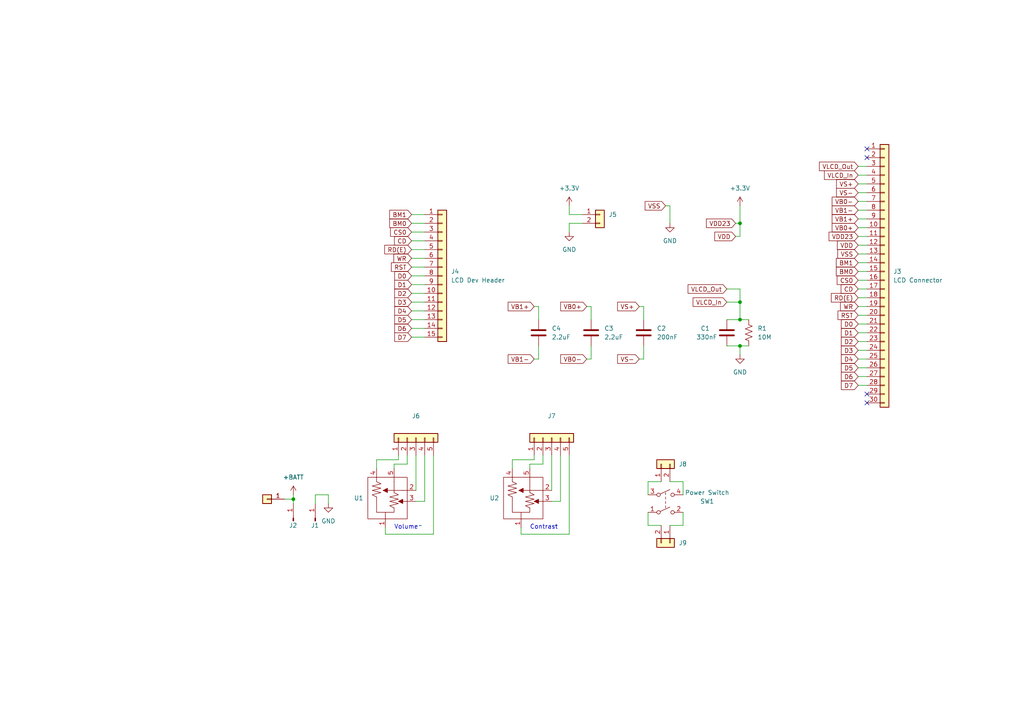
<source format=kicad_sch>
(kicad_sch (version 20230121) (generator eeschema)
  (paper "A4")
  (lib_symbols
    (symbol "Connector:Conn_01x01_Pin" (pin_names (offset 1.016) hide)
      (property "Reference" "J" (at 0 2.54 0))
      (property "Value" "Conn_01x01_Pin" (at 0 -2.54 0))
      (symbol "Conn_01x01_Pin_1_1"
        (polyline (pts (xy 1.27 0) (xy 0.8636 0)) (stroke (width 0.1524)))
        (rectangle (start 0.8636 0.127) (end 0 -0.127) (stroke (width 0.1524)) (fill (type outline)))
        (pin passive line (at 5.08 0 180) (length 3.81) (name "Pin_1") (number "1"))
      )
    )
    (symbol "Connector_Generic:Conn_01x01" (pin_names (offset 1.016) hide)
      (property "Reference" "J" (at 0 2.54 0))
      (property "Value" "Conn_01x01" (at 0 -2.54 0))
      (symbol "Conn_01x01_1_1"
        (rectangle (start -1.27 0.127) (end 0 -0.127) (stroke (width 0.1524)))
        (rectangle (start -1.27 1.27) (end 1.27 -1.27) (stroke (width 0.254)) (fill (type background)))
        (pin passive line (at -5.08 0 0) (length 3.81) (name "Pin_1") (number "1"))
      )
    )
    (symbol "Connector_Generic:Conn_01x02" (pin_names (offset 1.016) hide)
      (property "Reference" "J" (at 0 2.54 0))
      (property "Value" "Conn_01x02" (at 0 -5.08 0))
      (symbol "Conn_01x02_1_1"
        (rectangle (start -1.27 -2.413) (end 0 -2.667) (stroke (width 0.1524)))
        (rectangle (start -1.27 0.127) (end 0 -0.127) (stroke (width 0.1524)))
        (rectangle (start -1.27 1.27) (end 1.27 -3.81) (stroke (width 0.254)) (fill (type background)))
        (pin passive line (at -5.08 0 0) (length 3.81) (name "Pin_1") (number "1"))
        (pin passive line (at -5.08 -2.54 0) (length 3.81) (name "Pin_2") (number "2"))
      )
    )
    (symbol "Connector_Generic:Conn_01x05" (pin_names (offset 1.016) hide)
      (property "Reference" "J" (at 0 7.62 0))
      (property "Value" "Conn_01x05" (at 0 -7.62 0))
      (symbol "Conn_01x05_1_1"
        (rectangle (start -1.27 -4.953) (end 0 -5.207) (stroke (width 0.1524)))
        (rectangle (start -1.27 -2.413) (end 0 -2.667) (stroke (width 0.1524)))
        (rectangle (start -1.27 0.127) (end 0 -0.127) (stroke (width 0.1524)))
        (rectangle (start -1.27 2.667) (end 0 2.413) (stroke (width 0.1524)))
        (rectangle (start -1.27 5.207) (end 0 4.953) (stroke (width 0.1524)))
        (rectangle (start -1.27 6.35) (end 1.27 -6.35) (stroke (width 0.254)) (fill (type background)))
        (pin passive line (at -5.08 5.08 0) (length 3.81) (name "Pin_1") (number "1"))
        (pin passive line (at -5.08 2.54 0) (length 3.81) (name "Pin_2") (number "2"))
        (pin passive line (at -5.08 0 0) (length 3.81) (name "Pin_3") (number "3"))
        (pin passive line (at -5.08 -2.54 0) (length 3.81) (name "Pin_4") (number "4"))
        (pin passive line (at -5.08 -5.08 0) (length 3.81) (name "Pin_5") (number "5"))
      )
    )
    (symbol "Connector_Generic:Conn_01x15" (pin_names (offset 1.016) hide)
      (property "Reference" "J" (at 0 20.32 0))
      (property "Value" "Conn_01x15" (at 0 -20.32 0))
      (symbol "Conn_01x15_1_1"
        (rectangle (start -1.27 -17.653) (end 0 -17.907) (stroke (width 0.1524)))
        (rectangle (start -1.27 -15.113) (end 0 -15.367) (stroke (width 0.1524)))
        (rectangle (start -1.27 -12.573) (end 0 -12.827) (stroke (width 0.1524)))
        (rectangle (start -1.27 -10.033) (end 0 -10.287) (stroke (width 0.1524)))
        (rectangle (start -1.27 -7.493) (end 0 -7.747) (stroke (width 0.1524)))
        (rectangle (start -1.27 -4.953) (end 0 -5.207) (stroke (width 0.1524)))
        (rectangle (start -1.27 -2.413) (end 0 -2.667) (stroke (width 0.1524)))
        (rectangle (start -1.27 0.127) (end 0 -0.127) (stroke (width 0.1524)))
        (rectangle (start -1.27 2.667) (end 0 2.413) (stroke (width 0.1524)))
        (rectangle (start -1.27 5.207) (end 0 4.953) (stroke (width 0.1524)))
        (rectangle (start -1.27 7.747) (end 0 7.493) (stroke (width 0.1524)))
        (rectangle (start -1.27 10.287) (end 0 10.033) (stroke (width 0.1524)))
        (rectangle (start -1.27 12.827) (end 0 12.573) (stroke (width 0.1524)))
        (rectangle (start -1.27 15.367) (end 0 15.113) (stroke (width 0.1524)))
        (rectangle (start -1.27 17.907) (end 0 17.653) (stroke (width 0.1524)))
        (rectangle (start -1.27 19.05) (end 1.27 -19.05) (stroke (width 0.254)) (fill (type background)))
        (pin passive line (at -5.08 17.78 0) (length 3.81) (name "Pin_1") (number "1"))
        (pin passive line (at -5.08 -5.08 0) (length 3.81) (name "Pin_10") (number "10"))
        (pin passive line (at -5.08 -7.62 0) (length 3.81) (name "Pin_11") (number "11"))
        (pin passive line (at -5.08 -10.16 0) (length 3.81) (name "Pin_12") (number "12"))
        (pin passive line (at -5.08 -12.7 0) (length 3.81) (name "Pin_13") (number "13"))
        (pin passive line (at -5.08 -15.24 0) (length 3.81) (name "Pin_14") (number "14"))
        (pin passive line (at -5.08 -17.78 0) (length 3.81) (name "Pin_15") (number "15"))
        (pin passive line (at -5.08 15.24 0) (length 3.81) (name "Pin_2") (number "2"))
        (pin passive line (at -5.08 12.7 0) (length 3.81) (name "Pin_3") (number "3"))
        (pin passive line (at -5.08 10.16 0) (length 3.81) (name "Pin_4") (number "4"))
        (pin passive line (at -5.08 7.62 0) (length 3.81) (name "Pin_5") (number "5"))
        (pin passive line (at -5.08 5.08 0) (length 3.81) (name "Pin_6") (number "6"))
        (pin passive line (at -5.08 2.54 0) (length 3.81) (name "Pin_7") (number "7"))
        (pin passive line (at -5.08 0 0) (length 3.81) (name "Pin_8") (number "8"))
        (pin passive line (at -5.08 -2.54 0) (length 3.81) (name "Pin_9") (number "9"))
      )
    )
    (symbol "Connector_Generic:Conn_01x30" (pin_names (offset 1.016) hide)
      (property "Reference" "J" (at 0 38.1 0))
      (property "Value" "Conn_01x30" (at 0 -40.64 0))
      (symbol "Conn_01x30_1_1"
        (rectangle (start -1.27 -37.973) (end 0 -38.227) (stroke (width 0.1524)))
        (rectangle (start -1.27 -35.433) (end 0 -35.687) (stroke (width 0.1524)))
        (rectangle (start -1.27 -32.893) (end 0 -33.147) (stroke (width 0.1524)))
        (rectangle (start -1.27 -30.353) (end 0 -30.607) (stroke (width 0.1524)))
        (rectangle (start -1.27 -27.813) (end 0 -28.067) (stroke (width 0.1524)))
        (rectangle (start -1.27 -25.273) (end 0 -25.527) (stroke (width 0.1524)))
        (rectangle (start -1.27 -22.733) (end 0 -22.987) (stroke (width 0.1524)))
        (rectangle (start -1.27 -20.193) (end 0 -20.447) (stroke (width 0.1524)))
        (rectangle (start -1.27 -17.653) (end 0 -17.907) (stroke (width 0.1524)))
        (rectangle (start -1.27 -15.113) (end 0 -15.367) (stroke (width 0.1524)))
        (rectangle (start -1.27 -12.573) (end 0 -12.827) (stroke (width 0.1524)))
        (rectangle (start -1.27 -10.033) (end 0 -10.287) (stroke (width 0.1524)))
        (rectangle (start -1.27 -7.493) (end 0 -7.747) (stroke (width 0.1524)))
        (rectangle (start -1.27 -4.953) (end 0 -5.207) (stroke (width 0.1524)))
        (rectangle (start -1.27 -2.413) (end 0 -2.667) (stroke (width 0.1524)))
        (rectangle (start -1.27 0.127) (end 0 -0.127) (stroke (width 0.1524)))
        (rectangle (start -1.27 2.667) (end 0 2.413) (stroke (width 0.1524)))
        (rectangle (start -1.27 5.207) (end 0 4.953) (stroke (width 0.1524)))
        (rectangle (start -1.27 7.747) (end 0 7.493) (stroke (width 0.1524)))
        (rectangle (start -1.27 10.287) (end 0 10.033) (stroke (width 0.1524)))
        (rectangle (start -1.27 12.827) (end 0 12.573) (stroke (width 0.1524)))
        (rectangle (start -1.27 15.367) (end 0 15.113) (stroke (width 0.1524)))
        (rectangle (start -1.27 17.907) (end 0 17.653) (stroke (width 0.1524)))
        (rectangle (start -1.27 20.447) (end 0 20.193) (stroke (width 0.1524)))
        (rectangle (start -1.27 22.987) (end 0 22.733) (stroke (width 0.1524)))
        (rectangle (start -1.27 25.527) (end 0 25.273) (stroke (width 0.1524)))
        (rectangle (start -1.27 28.067) (end 0 27.813) (stroke (width 0.1524)))
        (rectangle (start -1.27 30.607) (end 0 30.353) (stroke (width 0.1524)))
        (rectangle (start -1.27 33.147) (end 0 32.893) (stroke (width 0.1524)))
        (rectangle (start -1.27 35.687) (end 0 35.433) (stroke (width 0.1524)))
        (rectangle (start -1.27 36.83) (end 1.27 -39.37) (stroke (width 0.254)) (fill (type background)))
        (pin passive line (at -5.08 35.56 0) (length 3.81) (name "Pin_1") (number "1"))
        (pin passive line (at -5.08 12.7 0) (length 3.81) (name "Pin_10") (number "10"))
        (pin passive line (at -5.08 10.16 0) (length 3.81) (name "Pin_11") (number "11"))
        (pin passive line (at -5.08 7.62 0) (length 3.81) (name "Pin_12") (number "12"))
        (pin passive line (at -5.08 5.08 0) (length 3.81) (name "Pin_13") (number "13"))
        (pin passive line (at -5.08 2.54 0) (length 3.81) (name "Pin_14") (number "14"))
        (pin passive line (at -5.08 0 0) (length 3.81) (name "Pin_15") (number "15"))
        (pin passive line (at -5.08 -2.54 0) (length 3.81) (name "Pin_16") (number "16"))
        (pin passive line (at -5.08 -5.08 0) (length 3.81) (name "Pin_17") (number "17"))
        (pin passive line (at -5.08 -7.62 0) (length 3.81) (name "Pin_18") (number "18"))
        (pin passive line (at -5.08 -10.16 0) (length 3.81) (name "Pin_19") (number "19"))
        (pin passive line (at -5.08 33.02 0) (length 3.81) (name "Pin_2") (number "2"))
        (pin passive line (at -5.08 -12.7 0) (length 3.81) (name "Pin_20") (number "20"))
        (pin passive line (at -5.08 -15.24 0) (length 3.81) (name "Pin_21") (number "21"))
        (pin passive line (at -5.08 -17.78 0) (length 3.81) (name "Pin_22") (number "22"))
        (pin passive line (at -5.08 -20.32 0) (length 3.81) (name "Pin_23") (number "23"))
        (pin passive line (at -5.08 -22.86 0) (length 3.81) (name "Pin_24") (number "24"))
        (pin passive line (at -5.08 -25.4 0) (length 3.81) (name "Pin_25") (number "25"))
        (pin passive line (at -5.08 -27.94 0) (length 3.81) (name "Pin_26") (number "26"))
        (pin passive line (at -5.08 -30.48 0) (length 3.81) (name "Pin_27") (number "27"))
        (pin passive line (at -5.08 -33.02 0) (length 3.81) (name "Pin_28") (number "28"))
        (pin passive line (at -5.08 -35.56 0) (length 3.81) (name "Pin_29") (number "29"))
        (pin passive line (at -5.08 30.48 0) (length 3.81) (name "Pin_3") (number "3"))
        (pin passive line (at -5.08 -38.1 0) (length 3.81) (name "Pin_30") (number "30"))
        (pin passive line (at -5.08 27.94 0) (length 3.81) (name "Pin_4") (number "4"))
        (pin passive line (at -5.08 25.4 0) (length 3.81) (name "Pin_5") (number "5"))
        (pin passive line (at -5.08 22.86 0) (length 3.81) (name "Pin_6") (number "6"))
        (pin passive line (at -5.08 20.32 0) (length 3.81) (name "Pin_7") (number "7"))
        (pin passive line (at -5.08 17.78 0) (length 3.81) (name "Pin_8") (number "8"))
        (pin passive line (at -5.08 15.24 0) (length 3.81) (name "Pin_9") (number "9"))
      )
    )
    (symbol "DMG_LCD:Dual_Potentiometer"
      (property "Reference" "U" (at 1.905 -8.255 0))
      (symbol "Dual_Potentiometer_0_1"
        (polyline (pts (xy 2.54 0.635) (xy 2.54 3.81)))
        (polyline (pts (xy 5.08 -1.905) (xy 3.81 -1.905)))
        (polyline (pts (xy 5.08 1.27) (xy -0.635 1.27)))
        (polyline (pts (xy 2.54 -3.81) (xy 2.54 -5.08) (xy 0 -5.08) (xy -2.54 -5.08) (xy -2.54 -0.635)))
        (polyline (pts (xy -2.54 3.81) (xy -1.27 3.175) (xy -3.81 2.54) (xy -1.27 1.905) (xy -3.81 1.27) (xy -1.27 0.635) (xy -3.81 0) (xy -2.54 -0.635)))
        (polyline (pts (xy 2.54 0.635) (xy 3.81 0) (xy 1.27 -0.635) (xy 3.81 -1.27) (xy 1.27 -1.905) (xy 3.81 -2.54) (xy 1.27 -3.175) (xy 2.54 -3.81)))
      )
      (symbol "Dual_Potentiometer_1_1"
        (rectangle (start -5.08 5.08) (end 6.35 -6.985))
        (polyline (pts (xy -2.54 3.81) (xy -2.54 5.08)))
        (polyline (pts (xy 0 -6.985) (xy 0 -5.08)))
        (polyline (pts (xy 2.54 3.81) (xy 2.54 5.08)))
        (polyline (pts (xy 6.35 -1.905) (xy 5.08 -1.905)))
        (polyline (pts (xy 6.35 1.27) (xy 5.08 1.27)))
        (polyline (pts (xy -0.635 1.27) (xy 0.635 1.905) (xy 0.635 0.635) (xy -0.635 1.27)) (fill (type outline)))
        (polyline (pts (xy 3.81 -1.905) (xy 5.08 -1.27) (xy 5.08 -2.54) (xy 3.81 -1.905)) (fill (type outline)))
        (pin passive line (at 0 -9.525 90) (length 2.54) (name "") (number "1"))
        (pin passive line (at 8.89 1.27 180) (length 2.54) (name "") (number "2"))
        (pin passive line (at 8.89 -1.905 180) (length 2.54) (name "") (number "3"))
        (pin passive line (at -2.54 7.62 270) (length 2.54) (name "") (number "4"))
        (pin passive line (at 2.54 7.62 270) (length 2.54) (name "") (number "5"))
      )
    )
    (symbol "Device:C" (pin_numbers hide) (pin_names (offset 0.254))
      (property "Reference" "C" (at 0.635 2.54 0))
      (property "Value" "C" (at 0.635 -2.54 0))
      (symbol "C_0_1"
        (polyline (pts (xy -2.032 -0.762) (xy 2.032 -0.762)) (stroke (width 0.508)))
        (polyline (pts (xy -2.032 0.762) (xy 2.032 0.762)) (stroke (width 0.508)))
      )
      (symbol "C_1_1"
        (pin passive line (at 0 3.81 270) (length 2.794) (name "~") (number "1"))
        (pin passive line (at 0 -3.81 90) (length 2.794) (name "~") (number "2"))
      )
    )
    (symbol "Device:R_US" (pin_numbers hide) (pin_names (offset 0))
      (property "Reference" "R" (at 2.54 0 90))
      (property "Value" "R_US" (at -2.54 0 90))
      (symbol "R_US_0_1"
        (polyline (pts (xy 0 -2.286) (xy 0 -2.54)))
        (polyline (pts (xy 0 2.286) (xy 0 2.54)))
        (polyline (pts (xy 0 -0.762) (xy 1.016 -1.143) (xy 0 -1.524) (xy -1.016 -1.905) (xy 0 -2.286)))
        (polyline (pts (xy 0 0.762) (xy 1.016 0.381) (xy 0 0) (xy -1.016 -0.381) (xy 0 -0.762)))
        (polyline (pts (xy 0 2.286) (xy 1.016 1.905) (xy 0 1.524) (xy -1.016 1.143) (xy 0 0.762)))
      )
      (symbol "R_US_1_1"
        (pin passive line (at 0 3.81 270) (length 1.27) (name "~") (number "1"))
        (pin passive line (at 0 -3.81 90) (length 1.27) (name "~") (number "2"))
      )
    )
    (symbol "Switch:SW_DPST" (pin_names (offset 0) hide)
      (property "Reference" "SW" (at 0 5.08 0))
      (property "Value" "SW_DPST" (at 0 -5.08 0))
      (symbol "SW_DPST_0_0"
        (circle (center -2.032 -2.54) (radius 0.508))
        (circle (center -2.032 2.54) (radius 0.508))
        (polyline (pts (xy -1.524 -2.286) (xy 1.27 -1.016)))
        (polyline (pts (xy -1.524 2.794) (xy 1.27 4.064)))
        (polyline (pts (xy 0 -1.27) (xy 0 -0.635)))
        (polyline (pts (xy 0 0) (xy 0 0.635)))
        (polyline (pts (xy 0 1.27) (xy 0 1.905)))
        (polyline (pts (xy 0 2.54) (xy 0 3.175)))
        (circle (center 2.032 -2.54) (radius 0.508))
        (circle (center 2.032 2.54) (radius 0.508))
      )
      (symbol "SW_DPST_1_1"
        (pin passive line (at -5.08 -2.54 0) (length 2.54) (name "1") (number "1"))
        (pin passive line (at 5.08 -2.54 180) (length 2.54) (name "2") (number "2"))
        (pin passive line (at -5.08 2.54 0) (length 2.54) (name "3") (number "3"))
        (pin passive line (at 5.08 2.54 180) (length 2.54) (name "4") (number "4"))
      )
    )
    (symbol "power:+3.3V" (power) (pin_names (offset 0))
      (property "Value" "+3.3V" (at 0 3.556 0))
      (symbol "+3.3V_0_1"
        (polyline (pts (xy -0.762 1.27) (xy 0 2.54)))
        (polyline (pts (xy 0 0) (xy 0 2.54)))
        (polyline (pts (xy 0 2.54) (xy 0.762 1.27)))
      )
      (symbol "+3.3V_1_1"
        (pin power_in line (at 0 0 90) (length 0) hide (name "+3.3V") (number "1"))
      )
    )
    (symbol "power:+BATT" (power) (pin_names (offset 0))
      (property "Value" "+BATT" (at 0 3.556 0))
      (symbol "+BATT_0_1"
        (polyline (pts (xy -0.762 1.27) (xy 0 2.54)))
        (polyline (pts (xy 0 0) (xy 0 2.54)))
        (polyline (pts (xy 0 2.54) (xy 0.762 1.27)))
      )
      (symbol "+BATT_1_1"
        (pin power_in line (at 0 0 90) (length 0) hide (name "+BATT") (number "1"))
      )
    )
    (symbol "power:GND" (power) (pin_names (offset 0))
      (property "Value" "GND" (at 0 -3.81 0))
      (symbol "GND_0_1"
        (polyline (pts (xy 0 0) (xy 0 -1.27) (xy 1.27 -1.27) (xy 0 -2.54) (xy -1.27 -1.27) (xy 0 -1.27)))
      )
      (symbol "GND_1_1"
        (pin power_in line (at 0 0 270) (length 0) hide (name "GND") (number "1"))
      )
    )
  )
  (junction (at 214.63 64.77))
  (junction (at 214.63 87.63))
  (junction (at 85.09 144.78))
  (junction (at 214.63 92.71))
  (junction (at 214.63 100.33))
  (no_connect (at 251.46 114.3))
  (no_connect (at 251.46 45.72))
  (no_connect (at 251.46 43.18))
  (no_connect (at 251.46 116.84))
  (wire (pts (xy 171.45 92.71) (xy 171.45 88.9)))
  (wire (pts (xy 119.38 80.01) (xy 123.19 80.01)))
  (wire (pts (xy 114.3 134.62) (xy 118.11 134.62)))
  (wire (pts (xy 119.38 95.25) (xy 123.19 95.25)))
  (wire (pts (xy 85.09 143.51) (xy 85.09 144.78)))
  (wire (pts (xy 171.45 104.14) (xy 170.18 104.14)))
  (wire (pts (xy 186.69 104.14) (xy 186.69 100.33)))
  (wire (pts (xy 210.82 87.63) (xy 214.63 87.63)))
  (wire (pts (xy 248.92 53.34) (xy 251.46 53.34)))
  (wire (pts (xy 156.21 92.71) (xy 156.21 88.9)))
  (wire (pts (xy 119.38 85.09) (xy 123.19 85.09)))
  (wire (pts (xy 109.22 135.89) (xy 109.22 133.35)))
  (wire (pts (xy 210.82 83.82) (xy 214.63 83.82)))
  (wire (pts (xy 248.92 106.68) (xy 251.46 106.68)))
  (wire (pts (xy 194.31 59.69) (xy 193.04 59.69)))
  (wire (pts (xy 160.02 145.415) (xy 162.56 145.415)))
  (wire (pts (xy 214.63 64.77) (xy 214.63 59.69)))
  (wire (pts (xy 194.31 64.77) (xy 194.31 59.69)))
  (wire (pts (xy 91.44 143.51) (xy 91.44 146.05)))
  (wire (pts (xy 187.96 139.7) (xy 187.96 143.51)))
  (wire (pts (xy 214.63 92.71) (xy 217.17 92.71)))
  (wire (pts (xy 160.02 132.08) (xy 160.02 142.24)))
  (wire (pts (xy 210.82 92.71) (xy 214.63 92.71)))
  (wire (pts (xy 157.48 134.62) (xy 153.67 134.62)))
  (wire (pts (xy 248.92 73.66) (xy 251.46 73.66)))
  (wire (pts (xy 248.92 76.2) (xy 251.46 76.2)))
  (wire (pts (xy 154.94 104.14) (xy 156.21 104.14)))
  (wire (pts (xy 248.92 111.76) (xy 251.46 111.76)))
  (wire (pts (xy 198.12 139.7) (xy 198.12 143.51)))
  (wire (pts (xy 125.73 132.08) (xy 125.73 154.94)))
  (wire (pts (xy 191.77 139.7) (xy 187.96 139.7)))
  (wire (pts (xy 162.56 145.415) (xy 162.56 132.08)))
  (wire (pts (xy 248.92 96.52) (xy 251.46 96.52)))
  (wire (pts (xy 119.38 77.47) (xy 123.19 77.47)))
  (wire (pts (xy 186.69 92.71) (xy 186.69 88.9)))
  (wire (pts (xy 119.38 87.63) (xy 123.19 87.63)))
  (wire (pts (xy 171.45 88.9) (xy 170.18 88.9)))
  (wire (pts (xy 82.55 144.78) (xy 85.09 144.78)))
  (wire (pts (xy 119.38 92.71) (xy 123.19 92.71)))
  (wire (pts (xy 171.45 100.33) (xy 171.45 104.14)))
  (wire (pts (xy 119.38 67.31) (xy 123.19 67.31)))
  (wire (pts (xy 194.31 139.7) (xy 198.12 139.7)))
  (wire (pts (xy 151.13 153.035) (xy 151.13 154.94)))
  (wire (pts (xy 186.69 88.9) (xy 185.42 88.9)))
  (wire (pts (xy 187.96 152.4) (xy 191.77 152.4)))
  (wire (pts (xy 157.48 132.08) (xy 157.48 134.62)))
  (wire (pts (xy 154.94 132.08) (xy 154.94 133.35)))
  (wire (pts (xy 248.92 104.14) (xy 251.46 104.14)))
  (wire (pts (xy 248.92 99.06) (xy 251.46 99.06)))
  (wire (pts (xy 248.92 68.58) (xy 251.46 68.58)))
  (wire (pts (xy 119.38 72.39) (xy 123.19 72.39)))
  (wire (pts (xy 119.38 74.93) (xy 123.19 74.93)))
  (wire (pts (xy 248.92 55.88) (xy 251.46 55.88)))
  (wire (pts (xy 248.92 93.98) (xy 251.46 93.98)))
  (wire (pts (xy 248.92 63.5) (xy 251.46 63.5)))
  (wire (pts (xy 125.73 154.94) (xy 111.76 154.94)))
  (wire (pts (xy 85.09 144.78) (xy 85.09 146.05)))
  (wire (pts (xy 119.38 90.17) (xy 123.19 90.17)))
  (wire (pts (xy 248.92 81.28) (xy 251.46 81.28)))
  (wire (pts (xy 248.92 91.44) (xy 251.46 91.44)))
  (wire (pts (xy 118.11 134.62) (xy 118.11 132.08)))
  (wire (pts (xy 148.59 133.35) (xy 148.59 135.89)))
  (wire (pts (xy 123.19 145.415) (xy 123.19 132.08)))
  (wire (pts (xy 114.3 135.89) (xy 114.3 134.62)))
  (wire (pts (xy 194.31 152.4) (xy 198.12 152.4)))
  (wire (pts (xy 91.44 143.51) (xy 95.25 143.51)))
  (wire (pts (xy 156.21 104.14) (xy 156.21 100.33)))
  (wire (pts (xy 119.38 82.55) (xy 123.19 82.55)))
  (wire (pts (xy 165.1 64.77) (xy 165.1 67.31)))
  (wire (pts (xy 248.92 88.9) (xy 251.46 88.9)))
  (wire (pts (xy 120.65 132.08) (xy 120.65 142.24)))
  (wire (pts (xy 119.38 64.77) (xy 123.19 64.77)))
  (wire (pts (xy 119.38 69.85) (xy 123.19 69.85)))
  (wire (pts (xy 214.63 100.33) (xy 214.63 102.87)))
  (wire (pts (xy 248.92 58.42) (xy 251.46 58.42)))
  (wire (pts (xy 109.22 133.35) (xy 115.57 133.35)))
  (wire (pts (xy 214.63 83.82) (xy 214.63 87.63)))
  (wire (pts (xy 248.92 101.6) (xy 251.46 101.6)))
  (wire (pts (xy 214.63 68.58) (xy 214.63 64.77)))
  (wire (pts (xy 248.92 86.36) (xy 251.46 86.36)))
  (wire (pts (xy 165.1 59.69) (xy 165.1 62.23)))
  (wire (pts (xy 185.42 104.14) (xy 186.69 104.14)))
  (wire (pts (xy 120.65 145.415) (xy 123.19 145.415)))
  (wire (pts (xy 214.63 87.63) (xy 214.63 92.71)))
  (wire (pts (xy 214.63 100.33) (xy 217.17 100.33)))
  (wire (pts (xy 187.96 148.59) (xy 187.96 152.4)))
  (wire (pts (xy 156.21 88.9) (xy 154.94 88.9)))
  (wire (pts (xy 248.92 83.82) (xy 251.46 83.82)))
  (wire (pts (xy 210.82 100.33) (xy 214.63 100.33)))
  (wire (pts (xy 248.92 48.26) (xy 251.46 48.26)))
  (wire (pts (xy 198.12 152.4) (xy 198.12 148.59)))
  (wire (pts (xy 153.67 134.62) (xy 153.67 135.89)))
  (wire (pts (xy 119.38 97.79) (xy 123.19 97.79)))
  (wire (pts (xy 95.25 143.51) (xy 95.25 146.05)))
  (wire (pts (xy 248.92 50.8) (xy 251.46 50.8)))
  (wire (pts (xy 119.38 62.23) (xy 123.19 62.23)))
  (wire (pts (xy 248.92 66.04) (xy 251.46 66.04)))
  (wire (pts (xy 248.92 109.22) (xy 251.46 109.22)))
  (wire (pts (xy 168.91 64.77) (xy 165.1 64.77)))
  (wire (pts (xy 248.92 60.96) (xy 251.46 60.96)))
  (wire (pts (xy 248.92 71.12) (xy 251.46 71.12)))
  (wire (pts (xy 151.13 154.94) (xy 165.1 154.94)))
  (wire (pts (xy 115.57 133.35) (xy 115.57 132.08)))
  (wire (pts (xy 111.76 154.94) (xy 111.76 153.035)))
  (wire (pts (xy 213.36 68.58) (xy 214.63 68.58)))
  (wire (pts (xy 154.94 133.35) (xy 148.59 133.35)))
  (wire (pts (xy 213.36 64.77) (xy 214.63 64.77)))
  (wire (pts (xy 165.1 154.94) (xy 165.1 132.08)))
  (wire (pts (xy 165.1 62.23) (xy 168.91 62.23)))
  (wire (pts (xy 248.92 78.74) (xy 251.46 78.74)))
  (text "Contrast" (at 153.67 153.67 0) (effects (font (size 1.27 1.27)) (justify left bottom)))
  (text "Volume" (at 114.3 153.67 0) (effects (font (size 1.27 1.27)) (justify left bottom)))
  (global_label "VB0+" (shape input) (at 170.18 88.9 180) (property "Intersheetrefs" "${INTERSHEET_REFS}" (effects hide)))
  (global_label "D0" (shape input) (at 119.38 80.01 180) (property "Intersheetrefs" "${INTERSHEET_REFS}" (effects hide)))
  (global_label "D0" (shape input) (at 248.92 93.98 180) (property "Intersheetrefs" "${INTERSHEET_REFS}" (effects hide)))
  (global_label "D2" (shape input) (at 248.92 99.06 180) (property "Intersheetrefs" "${INTERSHEET_REFS}" (effects hide)))
  (global_label "CD" (shape input) (at 248.92 83.82 180) (property "Intersheetrefs" "${INTERSHEET_REFS}" (effects hide)))
  (global_label "D2" (shape input) (at 119.38 85.09 180) (property "Intersheetrefs" "${INTERSHEET_REFS}" (effects hide)))
  (global_label "BM1" (shape input) (at 248.92 76.2 180) (property "Intersheetrefs" "${INTERSHEET_REFS}" (effects hide)))
  (global_label "D3" (shape input) (at 119.38 87.63 180) (property "Intersheetrefs" "${INTERSHEET_REFS}" (effects hide)))
  (global_label "VDD" (shape input) (at 248.92 71.12 180) (property "Intersheetrefs" "${INTERSHEET_REFS}" (effects hide)))
  (global_label "D5" (shape input) (at 119.38 92.71 180) (property "Intersheetrefs" "${INTERSHEET_REFS}" (effects hide)))
  (global_label "VB0-" (shape input) (at 170.18 104.14 180) (property "Intersheetrefs" "${INTERSHEET_REFS}" (effects hide)))
  (global_label "VS-" (shape input) (at 248.92 55.88 180) (property "Intersheetrefs" "${INTERSHEET_REFS}" (effects hide)))
  (global_label "CS0" (shape input) (at 119.38 67.31 180) (property "Intersheetrefs" "${INTERSHEET_REFS}" (effects hide)))
  (global_label "VSS" (shape input) (at 248.92 73.66 180) (property "Intersheetrefs" "${INTERSHEET_REFS}" (effects hide)))
  (global_label "BM1" (shape input) (at 119.38 62.23 180) (property "Intersheetrefs" "${INTERSHEET_REFS}" (effects hide)))
  (global_label "RST" (shape input) (at 119.38 77.47 180) (property "Intersheetrefs" "${INTERSHEET_REFS}" (effects hide)))
  (global_label "VLCD_In" (shape input) (at 210.82 87.63 180) (property "Intersheetrefs" "${INTERSHEET_REFS}" (effects hide)))
  (global_label "VB0-" (shape input) (at 248.92 58.42 180) (property "Intersheetrefs" "${INTERSHEET_REFS}" (effects hide)))
  (global_label "VB1-" (shape input) (at 154.94 104.14 180) (property "Intersheetrefs" "${INTERSHEET_REFS}" (effects hide)))
  (global_label "VLCD_In" (shape input) (at 248.92 50.8 180) (property "Intersheetrefs" "${INTERSHEET_REFS}" (effects hide)))
  (global_label "CS0" (shape input) (at 248.92 81.28 180) (property "Intersheetrefs" "${INTERSHEET_REFS}" (effects hide)))
  (global_label "WR" (shape input) (at 119.38 74.93 180) (property "Intersheetrefs" "${INTERSHEET_REFS}" (effects hide)))
  (global_label "VLCD_Out" (shape input) (at 210.82 83.82 180) (property "Intersheetrefs" "${INTERSHEET_REFS}" (effects hide)))
  (global_label "VSS" (shape input) (at 193.04 59.69 180) (property "Intersheetrefs" "${INTERSHEET_REFS}" (effects hide)))
  (global_label "D5" (shape input) (at 248.92 106.68 180) (property "Intersheetrefs" "${INTERSHEET_REFS}" (effects hide)))
  (global_label "VS+" (shape input) (at 248.92 53.34 180) (property "Intersheetrefs" "${INTERSHEET_REFS}" (effects hide)))
  (global_label "CD" (shape input) (at 119.38 69.85 180) (property "Intersheetrefs" "${INTERSHEET_REFS}" (effects hide)))
  (global_label "VB1-" (shape input) (at 248.92 60.96 180) (property "Intersheetrefs" "${INTERSHEET_REFS}" (effects hide)))
  (global_label "RD(E)" (shape input) (at 248.92 86.36 180) (property "Intersheetrefs" "${INTERSHEET_REFS}" (effects hide)))
  (global_label "D6" (shape input) (at 248.92 109.22 180) (property "Intersheetrefs" "${INTERSHEET_REFS}" (effects hide)))
  (global_label "VB1+" (shape input) (at 154.94 88.9 180) (property "Intersheetrefs" "${INTERSHEET_REFS}" (effects hide)))
  (global_label "D3" (shape input) (at 248.92 101.6 180) (property "Intersheetrefs" "${INTERSHEET_REFS}" (effects hide)))
  (global_label "D4" (shape input) (at 248.92 104.14 180) (property "Intersheetrefs" "${INTERSHEET_REFS}" (effects hide)))
  (global_label "WR" (shape input) (at 248.92 88.9 180) (property "Intersheetrefs" "${INTERSHEET_REFS}" (effects hide)))
  (global_label "VLCD_Out" (shape input) (at 248.92 48.26 180) (property "Intersheetrefs" "${INTERSHEET_REFS}" (effects hide)))
  (global_label "RD(E)" (shape input) (at 119.38 72.39 180) (property "Intersheetrefs" "${INTERSHEET_REFS}" (effects hide)))
  (global_label "VB1+" (shape input) (at 248.92 63.5 180) (property "Intersheetrefs" "${INTERSHEET_REFS}" (effects hide)))
  (global_label "VDD23" (shape input) (at 248.92 68.58 180) (property "Intersheetrefs" "${INTERSHEET_REFS}" (effects hide)))
  (global_label "VDD" (shape input) (at 213.36 68.58 180) (property "Intersheetrefs" "${INTERSHEET_REFS}" (effects hide)))
  (global_label "D7" (shape input) (at 248.92 111.76 180) (property "Intersheetrefs" "${INTERSHEET_REFS}" (effects hide)))
  (global_label "D4" (shape input) (at 119.38 90.17 180) (property "Intersheetrefs" "${INTERSHEET_REFS}" (effects hide)))
  (global_label "VB0+" (shape input) (at 248.92 66.04 180) (property "Intersheetrefs" "${INTERSHEET_REFS}" (effects hide)))
  (global_label "D6" (shape input) (at 119.38 95.25 180) (property "Intersheetrefs" "${INTERSHEET_REFS}" (effects hide)))
  (global_label "VS-" (shape input) (at 185.42 104.14 180) (property "Intersheetrefs" "${INTERSHEET_REFS}" (effects hide)))
  (global_label "RST" (shape input) (at 248.92 91.44 180) (property "Intersheetrefs" "${INTERSHEET_REFS}" (effects hide)))
  (global_label "D7" (shape input) (at 119.38 97.79 180) (property "Intersheetrefs" "${INTERSHEET_REFS}" (effects hide)))
  (global_label "BM0" (shape input) (at 119.38 64.77 180) (property "Intersheetrefs" "${INTERSHEET_REFS}" (effects hide)))
  (global_label "VDD23" (shape input) (at 213.36 64.77 180) (property "Intersheetrefs" "${INTERSHEET_REFS}" (effects hide)))
  (global_label "D1" (shape input) (at 248.92 96.52 180) (property "Intersheetrefs" "${INTERSHEET_REFS}" (effects hide)))
  (global_label "BM0" (shape input) (at 248.92 78.74 180) (property "Intersheetrefs" "${INTERSHEET_REFS}" (effects hide)))
  (global_label "D1" (shape input) (at 119.38 82.55 180) (property "Intersheetrefs" "${INTERSHEET_REFS}" (effects hide)))
  (global_label "VS+" (shape input) (at 185.42 88.9 180) (property "Intersheetrefs" "${INTERSHEET_REFS}" (effects hide)))
  (symbol (lib_id "power:+3.3V") (at 165.1 59.69 0) (unit 1)
    (property "Reference" "#PWR06" (effects hide))
    (property "Value" "+3.3V" (at 165.1 54.61 0))
  )
  (symbol (lib_id "Device:C") (at 171.45 96.52 0) (unit 1)
    (property "Reference" "C3" (at 175.26 95.25 0) (effects (justify left)))
    (property "Value" "2.2uF" (at 175.26 97.79 0) (effects (justify left)))
    (property "Footprint" "Capacitor_SMD:C_0603_1608Metric" (effects hide))
  )
  (symbol (lib_id "Connector_Generic:Conn_01x02") (at 194.31 157.48 270) (unit 1)
    (property "Reference" "J9" (at 196.85 157.48 90) (effects (justify left)))
    (property "Value" "Conn_01x02" (effects hide))
    (property "Footprint" "Connector_PinHeader_2.54mm:PinHeader_1x02_P2.54mm_Vertical" (effects hide))
  )
  (symbol (lib_id "power:+3.3V") (at 214.63 59.69 0) (unit 1)
    (property "Reference" "#PWR04" (effects hide))
    (property "Value" "+3.3V" (at 214.63 54.61 0))
  )
  (symbol (lib_id "power:GND") (at 165.1 67.31 0) (unit 1)
    (property "Reference" "#PWR07" (effects hide))
    (property "Value" "GND" (at 165.1 72.39 0))
  )
  (symbol (lib_id "Connector_Generic:Conn_01x30") (at 256.54 78.74 0) (unit 1)
    (property "Reference" "J3" (at 259.08 78.74 0) (effects (justify left)))
    (property "Value" "LCD Connector" (at 259.08 81.28 0) (effects (justify left)))
    (property "Footprint" "Connector_FFC-FPC:TE_3-1734839-0_1x30-1MP_P0.5mm_Horizontal" (effects hide))
  )
  (symbol (lib_id "power:GND") (at 214.63 102.87 0) (unit 1)
    (property "Reference" "#PWR03" (effects hide))
    (property "Value" "GND" (at 214.63 107.95 0))
  )
  (symbol (lib_id "Connector_Generic:Conn_01x05") (at 160.02 127 90) (unit 1)
    (property "Reference" "J7" (at 160.02 120.65 90))
    (property "Value" "Conn_01x05" (effects hide))
    (property "Footprint" "Connector_PinHeader_2.54mm:PinHeader_1x05_P2.54mm_Vertical" (effects hide))
  )
  (symbol (lib_id "Device:C") (at 210.82 96.52 0) (unit 1)
    (property "Reference" "C1" (at 203.2 95.25 0) (effects (justify left)))
    (property "Value" "330nF" (at 201.93 97.79 0) (effects (justify left)))
    (property "Footprint" "Capacitor_SMD:C_0603_1608Metric" (effects hide))
  )
  (symbol (lib_id "DMG_LCD:Dual_Potentiometer") (at 111.76 143.51 0) (unit 1)
    (property "Reference" "U1" (at 105.41 144.4625 0) (effects (justify right)))
    (property "Value" "~" (at 121.92 152.4 0))
    (property "Footprint" "dmg-lcd:Volume_Potentiometer" (effects hide))
  )
  (symbol (lib_id "Connector_Generic:Conn_01x02") (at 173.99 62.23 0) (unit 1)
    (property "Reference" "J5" (at 176.53 62.23 0) (effects (justify left)))
    (property "Value" "Conn_01x02" (effects hide))
    (property "Footprint" "Connector_PinHeader_2.54mm:PinHeader_1x02_P2.54mm_Vertical" (effects hide))
  )
  (symbol (lib_id "Connector:Conn_01x01_Pin") (at 85.09 151.13 90) (unit 1)
    (property "Reference" "J2" (at 83.82 152.4 90) (effects (justify right)))
    (property "Value" "Conn_01x01_Pin" (effects hide))
    (property "Footprint" "dmg-lcd:Battery_Terminal" (effects hide))
  )
  (symbol (lib_id "Connector_Generic:Conn_01x05") (at 120.65 127 90) (unit 1)
    (property "Reference" "J6" (at 120.65 120.65 90))
    (property "Value" "Conn_01x05" (effects hide))
    (property "Footprint" "Connector_PinHeader_2.54mm:PinHeader_1x05_P2.54mm_Vertical" (effects hide))
  )
  (symbol (lib_id "power:GND") (at 95.25 146.05 0) (unit 1)
    (property "Reference" "#PWR02" (effects hide))
    (property "Value" "GND" (at 95.25 151.13 0))
  )
  (symbol (lib_id "Connector_Generic:Conn_01x15") (at 128.27 80.01 0) (unit 1)
    (property "Reference" "J4" (at 130.81 78.74 0) (effects (justify left)))
    (property "Value" "LCD Dev Header" (at 130.81 81.28 0) (effects (justify left)))
    (property "Footprint" "Connector_PinHeader_2.54mm:PinHeader_1x15_P2.54mm_Vertical" (effects hide))
  )
  (symbol (lib_id "power:GND") (at 194.31 64.77 0) (unit 1)
    (property "Reference" "#PWR05" (effects hide))
    (property "Value" "GND" (at 194.31 69.85 0))
  )
  (symbol (lib_id "Device:C") (at 186.69 96.52 0) (unit 1)
    (property "Reference" "C2" (at 190.5 95.25 0) (effects (justify left)))
    (property "Value" "200nF" (at 190.5 97.79 0) (effects (justify left)))
    (property "Footprint" "Capacitor_SMD:C_1206_3216Metric" (effects hide))
  )
  (symbol (lib_id "Connector_Generic:Conn_01x02") (at 191.77 134.62 90) (unit 1)
    (property "Reference" "J8" (at 196.85 134.62 90) (effects (justify right)))
    (property "Value" "Conn_01x02" (effects hide))
    (property "Footprint" "Connector_PinHeader_2.54mm:PinHeader_1x02_P2.54mm_Vertical" (effects hide))
  )
  (symbol (lib_id "Connector_Generic:Conn_01x01") (at 77.47 144.78 180) (unit 1)
    (property "Reference" "J10" (effects hide))
    (property "Value" "Conn_01x01" (effects hide))
    (property "Footprint" "Connector_PinHeader_2.54mm:PinHeader_1x01_P2.54mm_Vertical" (effects hide))
  )
  (symbol (lib_id "Device:R_US") (at 217.17 96.52 0) (unit 1)
    (property "Reference" "R1" (at 219.71 95.25 0) (effects (justify left)))
    (property "Value" "10M" (at 219.71 97.79 0) (effects (justify left)))
    (property "Footprint" "Resistor_SMD:R_0603_1608Metric" (effects hide))
  )
  (symbol (lib_id "power:+BATT") (at 85.09 143.51 0) (unit 1)
    (property "Reference" "#PWR01" (effects hide))
    (property "Value" "+BATT" (at 85.09 138.43 0))
  )
  (symbol (lib_id "Connector:Conn_01x01_Pin") (at 91.44 151.13 90) (unit 1)
    (property "Reference" "J1" (at 90.17 152.4 90) (effects (justify right)))
    (property "Value" "Conn_01x01_Pin" (effects hide))
    (property "Footprint" "dmg-lcd:Battery_Terminal" (effects hide))
  )
  (symbol (lib_id "Switch:SW_DPST") (at 193.04 146.05 0) (unit 1)
    (property "Reference" "SW1" (at 205.105 145.415 0))
    (property "Value" "Power Switch" (at 205.105 142.875 0))
    (property "Footprint" "dmg-lcd:Power_Switch" (effects hide))
  )
  (symbol (lib_id "DMG_LCD:Dual_Potentiometer") (at 151.13 143.51 0) (unit 1)
    (property "Reference" "U2" (at 144.78 144.4625 0) (effects (justify right)))
    (property "Value" "~" (at 161.29 152.4 0))
    (property "Footprint" "dmg-lcd:Contrast_Potentiometer" (effects hide))
  )
  (symbol (lib_id "Device:C") (at 156.21 96.52 0) (unit 1)
    (property "Reference" "C4" (at 160.02 95.25 0) (effects (justify left)))
    (property "Value" "2.2uF" (at 160.02 97.79 0) (effects (justify left)))
    (property "Footprint" "Capacitor_SMD:C_0603_1608Metric" (effects hide))
  )
)
</source>
